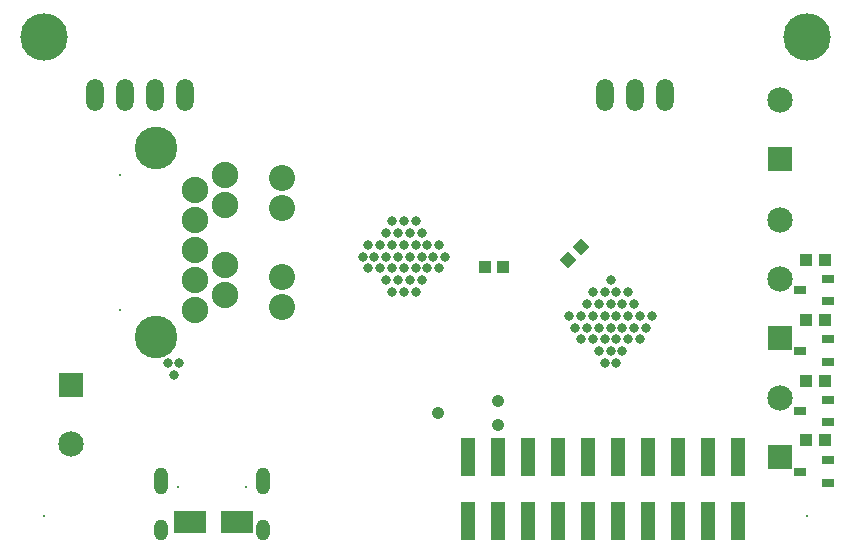
<source format=gbs>
G04*
G04 #@! TF.GenerationSoftware,Altium Limited,Altium Designer,19.1.8 (144)*
G04*
G04 Layer_Color=16711935*
%FSLAX25Y25*%
%MOIN*%
G70*
G01*
G75*
%ADD23P,0.05864X4X90.0*%
%ADD24R,0.04147X0.04147*%
%ADD32R,0.04343X0.03162*%
%ADD39R,0.10642X0.07493*%
%ADD41R,0.08477X0.08477*%
%ADD42C,0.08477*%
%ADD43O,0.05800X0.10800*%
%ADD44C,0.04200*%
%ADD45C,0.08800*%
%ADD46C,0.08674*%
%ADD47C,0.00800*%
%ADD48C,0.14186*%
%ADD49O,0.04737X0.07099*%
%ADD50O,0.04737X0.09068*%
%ADD51C,0.15800*%
%ADD52C,0.03162*%
%ADD93R,0.04737X0.13005*%
D23*
X185442Y96043D02*
D03*
X189758Y100357D02*
D03*
D24*
X163551Y93700D02*
D03*
X157449D02*
D03*
X270851Y76000D02*
D03*
X264749D02*
D03*
X270851Y96000D02*
D03*
X264749D02*
D03*
X270851Y36000D02*
D03*
X264749D02*
D03*
X270851Y55700D02*
D03*
X264749D02*
D03*
D32*
X262772Y65816D02*
D03*
X271828Y62076D02*
D03*
Y69556D02*
D03*
X262772Y85974D02*
D03*
X271828Y82233D02*
D03*
Y89714D02*
D03*
X262772Y25500D02*
D03*
X271828Y21760D02*
D03*
Y29240D02*
D03*
X262772Y45658D02*
D03*
X271828Y41918D02*
D03*
Y49398D02*
D03*
D39*
X74974Y8800D02*
D03*
X59226D02*
D03*
D41*
X19500Y54343D02*
D03*
X256000Y129657D02*
D03*
Y30315D02*
D03*
Y70130D02*
D03*
D42*
X19500Y34657D02*
D03*
X256000Y149343D02*
D03*
Y50000D02*
D03*
Y109500D02*
D03*
Y89815D02*
D03*
D43*
X197658Y151100D02*
D03*
X207658D02*
D03*
X217657D02*
D03*
X57500D02*
D03*
X47500D02*
D03*
X37500D02*
D03*
X27500D02*
D03*
D44*
X142000Y45000D02*
D03*
X162000Y49000D02*
D03*
Y41000D02*
D03*
D45*
X61000Y79500D02*
D03*
Y89500D02*
D03*
X71000Y84500D02*
D03*
X61000Y99500D02*
D03*
Y109500D02*
D03*
Y119500D02*
D03*
X71000Y94500D02*
D03*
Y114500D02*
D03*
Y124500D02*
D03*
D46*
X90016Y80484D02*
D03*
X90016Y90484D02*
D03*
X90016Y113516D02*
D03*
Y123516D02*
D03*
D47*
X36000Y79500D02*
D03*
Y124500D02*
D03*
X55122Y20370D02*
D03*
X77878D02*
D03*
X10630Y10630D02*
D03*
X264961D02*
D03*
D48*
X48008Y133496D02*
D03*
Y70504D02*
D03*
D49*
X49492Y6000D02*
D03*
X83508D02*
D03*
D50*
X49492Y22457D02*
D03*
X83508D02*
D03*
D51*
X264961Y170472D02*
D03*
X10630D02*
D03*
D52*
X213240Y77477D02*
D03*
X211272Y73540D02*
D03*
X207335Y81414D02*
D03*
X209303Y77477D02*
D03*
X207335Y73540D02*
D03*
X209303Y69603D02*
D03*
X205366Y85351D02*
D03*
X203398Y81414D02*
D03*
X205366Y77477D02*
D03*
X203398Y73540D02*
D03*
X205366Y69603D02*
D03*
X203398Y65665D02*
D03*
X199461Y89288D02*
D03*
X201429Y85351D02*
D03*
X199461Y81414D02*
D03*
X201429Y77477D02*
D03*
X199461Y73540D02*
D03*
X201429Y69603D02*
D03*
X199461Y65665D02*
D03*
X201429Y61728D02*
D03*
X197492Y85351D02*
D03*
X195524Y81414D02*
D03*
X197492Y77477D02*
D03*
X195524Y73540D02*
D03*
X197492Y69603D02*
D03*
X195524Y65665D02*
D03*
X197492Y61728D02*
D03*
X193555Y85351D02*
D03*
X191587Y81414D02*
D03*
X193555Y77477D02*
D03*
X191587Y73540D02*
D03*
X193555Y69603D02*
D03*
X189618Y77477D02*
D03*
X187650Y73540D02*
D03*
X189618Y69603D02*
D03*
X185681Y77477D02*
D03*
X144343Y97162D02*
D03*
X142374Y101099D02*
D03*
X140406Y97162D02*
D03*
X142374Y93225D02*
D03*
X136469Y105035D02*
D03*
X138437Y101099D02*
D03*
X136469Y97162D02*
D03*
X138437Y93225D02*
D03*
X136469Y89288D02*
D03*
X134500Y108973D02*
D03*
X132532Y105035D02*
D03*
X134500Y101099D02*
D03*
X132532Y97162D02*
D03*
X134500Y93225D02*
D03*
X132532Y89288D02*
D03*
X134500Y85351D02*
D03*
X130563Y108973D02*
D03*
X128595Y105035D02*
D03*
X130563Y101099D02*
D03*
X128595Y97162D02*
D03*
X130563Y93225D02*
D03*
X128595Y89288D02*
D03*
X130563Y85351D02*
D03*
X126626Y108973D02*
D03*
X124658Y105035D02*
D03*
X126626Y101099D02*
D03*
X124658Y97162D02*
D03*
X126626Y93225D02*
D03*
X124658Y89288D02*
D03*
X126626Y85351D02*
D03*
X122689Y101099D02*
D03*
X120721Y97162D02*
D03*
X122689Y93225D02*
D03*
X118752Y101099D02*
D03*
X116784Y97162D02*
D03*
X118752Y93225D02*
D03*
X55760Y61728D02*
D03*
X53791Y57791D02*
D03*
X51823Y61728D02*
D03*
D93*
X241850Y9055D02*
D03*
X231850D02*
D03*
X241850Y30315D02*
D03*
X231850D02*
D03*
X221850Y9055D02*
D03*
Y30315D02*
D03*
X211850Y9055D02*
D03*
Y30315D02*
D03*
X201850Y9055D02*
D03*
Y30315D02*
D03*
X191850Y9055D02*
D03*
Y30315D02*
D03*
X181850Y9055D02*
D03*
Y30315D02*
D03*
X171850Y9055D02*
D03*
Y30315D02*
D03*
X161850Y9055D02*
D03*
Y30315D02*
D03*
X151850D02*
D03*
Y9055D02*
D03*
M02*

</source>
